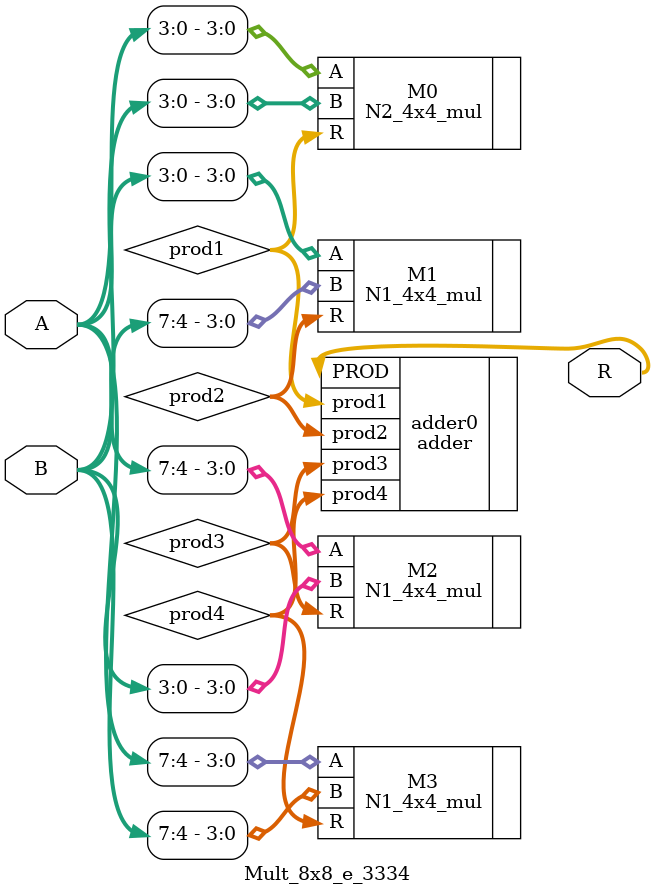
<source format=v>
module Mult_8x8_e_3334(
input [7:0] A,
input [7:0] B,
output [15:0]R
);
wire [7:0]prod1;
wire [7:0]prod2;
wire [7:0]prod3;
wire [7:0]prod4;

N2_4x4_mul M0(.A(A[3:0]),.B(B[3:0]),.R(prod1));
N1_4x4_mul M1(.A(A[3:0]),.B(B[7:4]),.R(prod2));
N1_4x4_mul M2(.A(A[7:4]),.B(B[3:0]),.R(prod3));
N1_4x4_mul M3(.A(A[7:4]),.B(B[7:4]),.R(prod4));
adder adder0(.prod1(prod1),.prod2(prod2),.prod3(prod3),.prod4(prod4),.PROD(R));
endmodule

</source>
